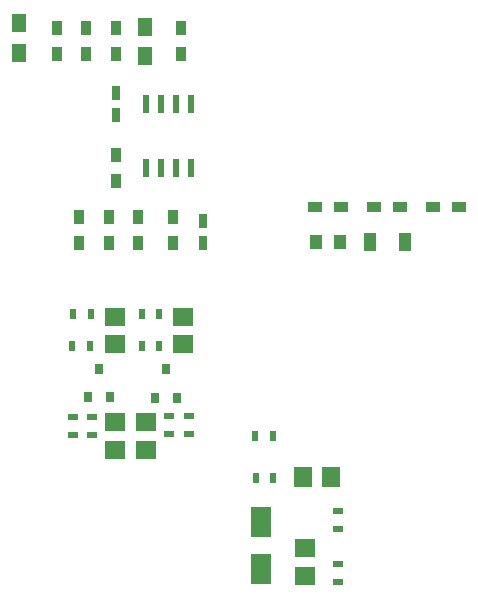
<source format=gtp>
%MOIN*%
%OFA0B0*%
%FSLAX46Y46*%
%IPPOS*%
%LPD*%
%ADD10C,0.0039370078740157488*%
%ADD11R,0.035433070866141732X0.047244094488188976*%
%ADD12R,0.023622047244094488X0.0610236220472441*%
%ADD13R,0.049212598425196853X0.059055118110236227*%
%ADD14R,0.029527559055118113X0.047244094488188976*%
%ADD25C,0.0039370078740157488*%
%ADD26R,0.035433070866141732X0.01968503937007874*%
%ADD27R,0.0709X0.061000000000000006*%
%ADD28R,0.061000000000000006X0.0709*%
%ADD29R,0.031496062992125991X0.035433070866141732*%
%ADD30R,0.01968503937007874X0.035433070866141732*%
%ADD31R,0.0709X0.0984*%
%ADD32C,0.0039370078740157488*%
%ADD33R,0.047244094488188976X0.035433070866141732*%
%ADD34R,0.03937007874015748X0.049212598425196853*%
%ADD35R,0.03937007874015748X0.062992125984251982*%
%ADD36C,0.0039370078740157488*%
G01G01*
D10*
D11*
X-0002795275Y-0004448818D02*
X0000606299Y0001177165D03*
X0000606299Y0001263779D03*
X0000488188Y0001177165D03*
X0000488188Y0001263779D03*
X0000389763Y0001177165D03*
X0000389763Y0001263779D03*
X0000291338Y0001177165D03*
X0000291338Y0001263779D03*
D12*
X0000665551Y0001641732D03*
X0000615551Y0001641732D03*
X0000565551Y0001641732D03*
X0000515551Y0001641732D03*
X0000515551Y0001429133D03*
X0000565551Y0001429133D03*
X0000615551Y0001429133D03*
X0000665551Y0001429133D03*
D11*
X0000413385Y0001893700D03*
X0000413385Y0001807086D03*
X0000216535Y0001807086D03*
X0000216535Y0001893700D03*
D13*
X0000511811Y0001801181D03*
X0000511811Y0001899606D03*
D11*
X0000314960Y0001807086D03*
X0000314960Y0001893700D03*
X0000413385Y0001385826D03*
X0000413385Y0001472440D03*
X0000629921Y0001807086D03*
X0000629921Y0001893700D03*
D13*
X0000090551Y0001812992D03*
X0000090551Y0001911417D03*
D14*
X0000704724Y0001251968D03*
X0000704724Y0001177165D03*
X0000413385Y0001604330D03*
X0000413385Y0001679133D03*
G04 next file*
G04 #@! TF.FileFunction,Paste,Top*
G04 Gerber Fmt 4.6, Leading zero omitted, Abs format (unit mm)*
G04 Created by KiCad (PCBNEW 4.0.4-1.fc24-product) date Tue Jun  5 14:17:38 2018*
G01G01*
G04 APERTURE LIST*
G04 APERTURE END LIST*
D25*
D26*
X-0004921259Y0004094488D02*
X0001153543Y0000285433D03*
X0001153543Y0000226377D03*
D27*
X0000639527Y0000840697D03*
X0000639527Y0000933297D03*
X0000411180Y0000840697D03*
X0000411180Y0000933297D03*
X0000515511Y0000580708D03*
X0000515511Y0000488108D03*
X0000411417Y0000580708D03*
X0000411417Y0000488108D03*
X0001045275Y0000162441D03*
X0001045275Y0000069841D03*
D28*
X0001038345Y0000397637D03*
X0001130945Y0000397637D03*
D29*
X0000543307Y0000663385D03*
X0000618110Y0000663385D03*
X0000580708Y0000757874D03*
X0000320866Y0000665354D03*
X0000395669Y0000665354D03*
X0000358267Y0000759842D03*
D30*
X0000558818Y0000942115D03*
X0000499763Y0000942115D03*
X0000330472Y0000942115D03*
X0000271417Y0000942115D03*
X0000558818Y0000835816D03*
X0000499763Y0000835816D03*
X0000328503Y0000835816D03*
X0000269448Y0000835816D03*
D26*
X0001155511Y0000108267D03*
X0001155511Y0000049212D03*
D30*
X0000938976Y0000395669D03*
X0000879921Y0000395669D03*
D31*
X0000897637Y0000249919D03*
X0000897637Y0000092519D03*
D26*
X0000657480Y0000600393D03*
X0000657480Y0000541338D03*
X0000269685Y0000598425D03*
X0000269685Y0000539370D03*
X0000592519Y0000541338D03*
X0000592519Y0000600393D03*
X0000334645Y0000539370D03*
X0000334645Y0000598425D03*
D30*
X0000937007Y0000535433D03*
X0000877952Y0000535433D03*
G04 next file*
G04 #@! TF.FileFunction,Paste,Top*
G04 Gerber Fmt 4.6, Leading zero omitted, Abs format (unit mm)*
G04 Created by KiCad (PCBNEW 4.0.4-1.fc24-product) date Tue Jun  5 14:18:38 2018*
G01G01*
G04 APERTURE LIST*
G04 APERTURE END LIST*
D32*
D33*
X-0004074803Y0005157480D02*
X0001472440Y0001299212D03*
X0001559055Y0001299212D03*
X0001275590Y0001299212D03*
X0001362204Y0001299212D03*
X0001165354Y0001299212D03*
X0001078740Y0001299212D03*
D34*
X0001082677Y0001181102D03*
X0001161417Y0001181102D03*
D35*
X0001377952Y0001181102D03*
X0001259842Y0001181102D03*
G04 next file*
G04 #@! TF.FileFunction,Paste,Top*
G04 Gerber Fmt 4.6, Leading zero omitted, Abs format (unit mm)*
G04 Created by KiCad (PCBNEW 4.0.4-1.fc24-product) date Tue Jun  5 15:13:36 2018*
G01G01*
G04 APERTURE LIST*
G04 APERTURE END LIST*
D36*
M02*
</source>
